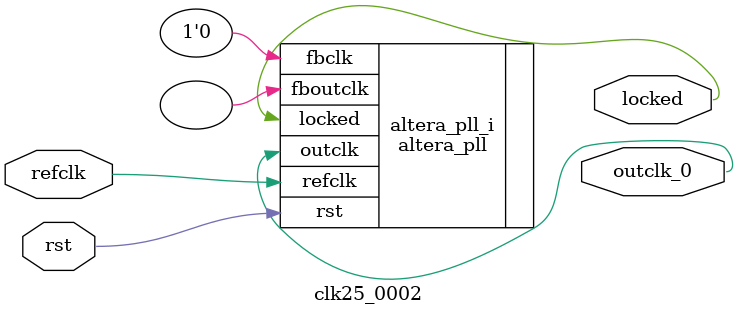
<source format=v>
`timescale 1ns/10ps
module  clk25_0002(

	// interface 'refclk'
	input wire refclk,

	// interface 'reset'
	input wire rst,

	// interface 'outclk0'
	output wire outclk_0,

	// interface 'locked'
	output wire locked
);

	altera_pll #(
		.fractional_vco_multiplier("false"),
		.reference_clock_frequency("50.0 MHz"),
		.operation_mode("direct"),
		.number_of_clocks(1),
		.output_clock_frequency0("25.000000 MHz"),
		.phase_shift0("0 ps"),
		.duty_cycle0(50),
		.output_clock_frequency1("0 MHz"),
		.phase_shift1("0 ps"),
		.duty_cycle1(50),
		.output_clock_frequency2("0 MHz"),
		.phase_shift2("0 ps"),
		.duty_cycle2(50),
		.output_clock_frequency3("0 MHz"),
		.phase_shift3("0 ps"),
		.duty_cycle3(50),
		.output_clock_frequency4("0 MHz"),
		.phase_shift4("0 ps"),
		.duty_cycle4(50),
		.output_clock_frequency5("0 MHz"),
		.phase_shift5("0 ps"),
		.duty_cycle5(50),
		.output_clock_frequency6("0 MHz"),
		.phase_shift6("0 ps"),
		.duty_cycle6(50),
		.output_clock_frequency7("0 MHz"),
		.phase_shift7("0 ps"),
		.duty_cycle7(50),
		.output_clock_frequency8("0 MHz"),
		.phase_shift8("0 ps"),
		.duty_cycle8(50),
		.output_clock_frequency9("0 MHz"),
		.phase_shift9("0 ps"),
		.duty_cycle9(50),
		.output_clock_frequency10("0 MHz"),
		.phase_shift10("0 ps"),
		.duty_cycle10(50),
		.output_clock_frequency11("0 MHz"),
		.phase_shift11("0 ps"),
		.duty_cycle11(50),
		.output_clock_frequency12("0 MHz"),
		.phase_shift12("0 ps"),
		.duty_cycle12(50),
		.output_clock_frequency13("0 MHz"),
		.phase_shift13("0 ps"),
		.duty_cycle13(50),
		.output_clock_frequency14("0 MHz"),
		.phase_shift14("0 ps"),
		.duty_cycle14(50),
		.output_clock_frequency15("0 MHz"),
		.phase_shift15("0 ps"),
		.duty_cycle15(50),
		.output_clock_frequency16("0 MHz"),
		.phase_shift16("0 ps"),
		.duty_cycle16(50),
		.output_clock_frequency17("0 MHz"),
		.phase_shift17("0 ps"),
		.duty_cycle17(50),
		.pll_type("General"),
		.pll_subtype("General")
	) altera_pll_i (
		.rst	(rst),
		.outclk	({outclk_0}),
		.locked	(locked),
		.fboutclk	( ),
		.fbclk	(1'b0),
		.refclk	(refclk)
	);
endmodule


</source>
